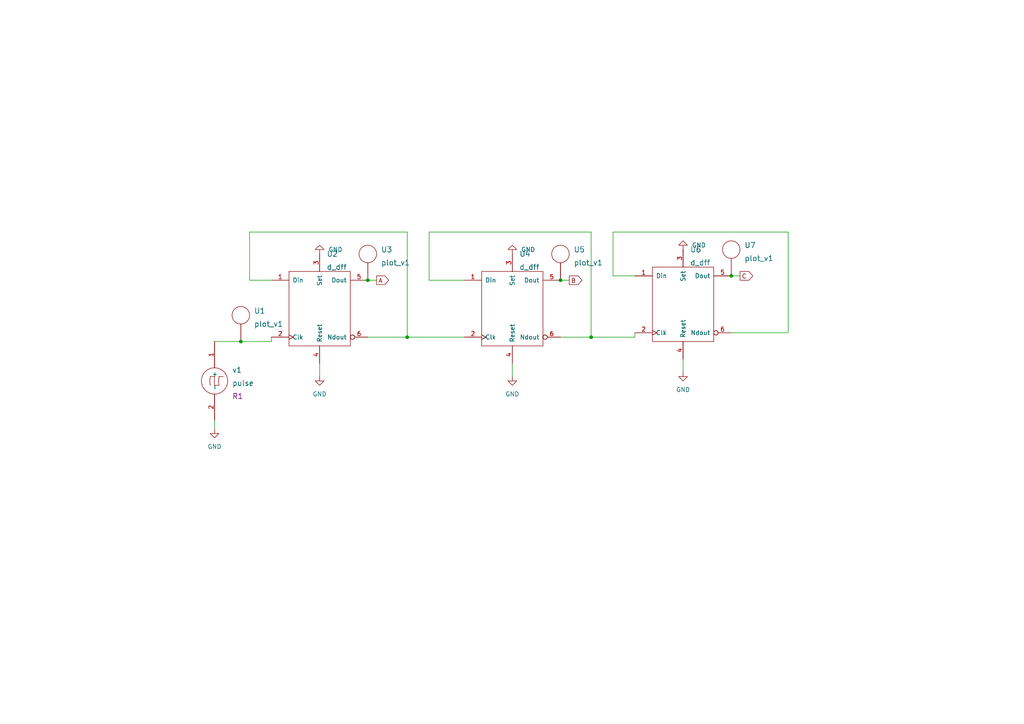
<source format=kicad_sch>
(kicad_sch (version 20211123) (generator eeschema)
  (paper "A4")
  (lib_symbols
    (symbol "eSim_Digital:d_dff" (pin_names (offset 1.016))
      (property "Reference" "U" (at 0 0 0))
      (property "Value" "d_dff" (at 0 3.81 0))
      (symbol "d_dff_0_1"
        (rectangle (start 8.89 11.43) (end -8.89 -10.16))
      )
      (symbol "d_dff_1_1"
        (pin input line (at -13.97 8.89 0) (length 5.08) (name "Din") (number "1"))
        (pin input clock (at -13.97 -7.62 0) (length 5.08) (name "Clk") (number "2"))
        (pin input line (at 0 16.51 270) (length 5.08) (name "Set") (number "3"))
        (pin input line (at 0 -15.24 90) (length 5.08) (name "Reset") (number "4"))
        (pin output line (at 13.97 8.89 180) (length 5.08) (name "Dout") (number "5"))
        (pin output inverted (at 13.97 -7.62 180) (length 5.08) (name "Ndout") (number "6"))
      )
    )
    (symbol "eSim_Plot:plot_v1" (pin_names (offset 1.016))
      (property "Reference" "U" (at 0 12.7 0))
      (property "Value" "plot_v1" (at 5.08 8.89 0))
      (symbol "plot_v1_0_1"
        (circle (center 0 12.7) (radius 2.54))
      )
      (symbol "plot_v1_1_1"
        (pin input line (at 0 5.08 90) (length 5.08) (name "~") (number "~"))
      )
    )
    (symbol "eSim_Power:eSim_GND" (power) (pin_names (offset 0))
      (property "Value" "eSim_GND" (at 0 -3.81 0))
      (symbol "eSim_GND_0_1"
        (polyline (pts (xy 0 0) (xy 0 -1.27) (xy 1.27 -1.27) (xy 0 -2.54) (xy -1.27 -1.27) (xy 0 -1.27)))
      )
      (symbol "eSim_GND_1_1"
        (pin power_in line (at 0 0 270) (length 0) hide (name "GND") (number "1"))
      )
    )
    (symbol "eSim_Sources:pulse" (pin_names (offset 1.016))
      (property "Reference" "v" (at -5.08 2.54 0))
      (property "Value" "pulse" (at -5.08 -1.27 0))
      (property "Footprint" "R1" (at -7.62 0 0))
      (symbol "pulse_0_1"
        (arc (start -1.27 1.27) (mid -1.3491 0) (end -1.27 -1.27))
        (arc (start 0 -1.27) (mid 0.635 -1.2876) (end 1.27 -1.27))
        (circle (center 0 0) (radius 3.81))
        (arc (start 0 1.27) (mid -0.635 1.2859) (end -1.27 1.27))
        (arc (start 0 1.27) (mid -0.0703 0) (end 0 -1.27))
        (arc (start 1.27 1.27) (mid 1.2124 0) (end 1.27 -1.27))
        (arc (start 1.27 1.27) (mid 1.905 1.2556) (end 2.54 1.27))
      )
      (symbol "pulse_1_1"
        (pin passive line (at 0 11.43 270) (length 7.62) (name "+") (number "1"))
        (pin passive line (at 0 -11.43 90) (length 7.62) (name "-") (number "2"))
      )
    )
  )
  (junction (at 212.09 80.01))
  (junction (at 171.45 97.79))
  (junction (at 69.85 99.06))
  (junction (at 118.11 97.79))
  (junction (at 162.56 81.28))
  (junction (at 106.68 81.28))
  (wire (pts (xy 72.39 81.28) (xy 72.39 67.31)))
  (wire (pts (xy 92.71 105.41) (xy 92.71 109.22)))
  (wire (pts (xy 171.45 67.31) (xy 171.45 97.79)))
  (wire (pts (xy 118.11 97.79) (xy 134.62 97.79)))
  (wire (pts (xy 212.09 80.01) (xy 214.63 80.01)))
  (wire (pts (xy 134.62 81.28) (xy 124.46 81.28)))
  (wire (pts (xy 177.8 80.01) (xy 177.8 67.31)))
  (wire (pts (xy 106.68 97.79) (xy 118.11 97.79)))
  (wire (pts (xy 162.56 81.28) (xy 165.1 81.28)))
  (wire (pts (xy 148.59 105.41) (xy 148.59 109.22)))
  (wire (pts (xy 162.56 97.79) (xy 171.45 97.79)))
  (wire (pts (xy 171.45 97.79) (xy 184.15 97.79)))
  (wire (pts (xy 184.15 97.79) (xy 184.15 96.52)))
  (wire (pts (xy 106.68 81.28) (xy 109.22 81.28)))
  (wire (pts (xy 72.39 67.31) (xy 118.11 67.31)))
  (wire (pts (xy 124.46 67.31) (xy 171.45 67.31)))
  (wire (pts (xy 124.46 81.28) (xy 124.46 67.31)))
  (wire (pts (xy 118.11 67.31) (xy 118.11 97.79)))
  (wire (pts (xy 62.23 99.06) (xy 69.85 99.06)))
  (wire (pts (xy 198.12 104.14) (xy 198.12 107.95)))
  (wire (pts (xy 184.15 80.01) (xy 177.8 80.01)))
  (wire (pts (xy 62.23 121.92) (xy 62.23 124.46)))
  (wire (pts (xy 78.74 81.28) (xy 72.39 81.28)))
  (wire (pts (xy 177.8 67.31) (xy 228.6 67.31)))
  (wire (pts (xy 228.6 67.31) (xy 228.6 96.52)))
  (wire (pts (xy 78.74 99.06) (xy 78.74 97.79)))
  (wire (pts (xy 69.85 99.06) (xy 78.74 99.06)))
  (wire (pts (xy 212.09 96.52) (xy 228.6 96.52)))
  (global_label "A" (shape output) (at 109.22 81.28 0) (property "Intersheet References" "${INTERSHEET_REFS}" (effects hide)))
  (global_label "B" (shape output) (at 165.1 81.28 0) (property "Intersheet References" "${INTERSHEET_REFS}" (effects hide)))
  (global_label "C" (shape output) (at 214.63 80.01 0) (property "Intersheet References" "${INTERSHEET_REFS}" (effects hide)))
  (symbol (lib_id "eSim_Power:eSim_GND") (at 148.59 73.66 180) (unit 1)
    (property "Reference" "#PWR04" (effects hide))
    (property "Value" "eSim_GND" (at 151.13 72.3899 0) (effects (justify right)))
  )
  (symbol (lib_id "eSim_Power:eSim_GND") (at 198.12 107.95 0) (unit 1)
    (property "Reference" "#PWR07" (effects hide))
    (property "Value" "eSim_GND" (at 198.12 113.03 0))
  )
  (symbol (lib_id "eSim_Power:eSim_GND") (at 148.59 109.22 0) (unit 1)
    (property "Reference" "#PWR05" (effects hide))
    (property "Value" "eSim_GND" (at 148.59 114.3 0))
  )
  (symbol (lib_id "eSim_Power:eSim_GND") (at 198.12 72.39 180) (unit 1)
    (property "Reference" "#PWR06" (effects hide))
    (property "Value" "eSim_GND" (at 200.66 71.1199 0) (effects (justify right)))
  )
  (symbol (lib_id "eSim_Plot:plot_v1") (at 69.85 104.14 0) (unit 1)
    (property "Reference" "U1" (at 73.66 90.17 0) (effects (font (size 1.524 1.524)) (justify left)))
    (property "Value" "plot_v1" (at 73.66 93.98 0) (effects (font (size 1.524 1.524)) (justify left)))
  )
  (symbol (lib_id "eSim_Plot:plot_v1") (at 106.68 86.36 0) (unit 1)
    (property "Reference" "U3" (at 110.49 72.39 0) (effects (font (size 1.524 1.524)) (justify left)))
    (property "Value" "plot_v1" (at 110.49 76.2 0) (effects (font (size 1.524 1.524)) (justify left)))
  )
  (symbol (lib_id "eSim_Plot:plot_v1") (at 162.56 86.36 0) (unit 1)
    (property "Reference" "U5" (at 166.37 72.39 0) (effects (font (size 1.524 1.524)) (justify left)))
    (property "Value" "plot_v1" (at 166.37 76.2 0) (effects (font (size 1.524 1.524)) (justify left)))
  )
  (symbol (lib_id "eSim_Digital:d_dff") (at 92.71 90.17 0) (unit 1)
    (property "Reference" "U2" (at 94.7294 73.66 0) (effects (font (size 1.524 1.524)) (justify left)))
    (property "Value" "d_dff" (at 94.7294 77.47 0) (effects (font (size 1.524 1.524)) (justify left)))
  )
  (symbol (lib_id "eSim_Sources:pulse") (at 62.23 110.49 0) (unit 1)
    (property "Reference" "v1" (at 67.31 107.315 0) (effects (font (size 1.524 1.524)) (justify left)))
    (property "Value" "pulse" (at 67.31 111.125 0) (effects (font (size 1.524 1.524)) (justify left)))
    (property "Footprint" "R1" (at 67.31 114.935 0) (effects (font (size 1.524 1.524)) (justify left)))
  )
  (symbol (lib_id "eSim_Digital:d_dff") (at 148.59 90.17 0) (unit 1)
    (property "Reference" "U4" (at 150.6094 73.66 0) (effects (font (size 1.524 1.524)) (justify left)))
    (property "Value" "d_dff" (at 150.6094 77.47 0) (effects (font (size 1.524 1.524)) (justify left)))
  )
  (symbol (lib_id "eSim_Plot:plot_v1") (at 212.09 85.09 0) (unit 1)
    (property "Reference" "U7" (at 215.9 71.12 0) (effects (font (size 1.524 1.524)) (justify left)))
    (property "Value" "plot_v1" (at 215.9 74.93 0) (effects (font (size 1.524 1.524)) (justify left)))
  )
  (symbol (lib_id "eSim_Power:eSim_GND") (at 92.71 73.66 180) (unit 1)
    (property "Reference" "#PWR02" (effects hide))
    (property "Value" "eSim_GND" (at 95.25 72.3899 0) (effects (justify right)))
  )
  (symbol (lib_id "eSim_Digital:d_dff") (at 198.12 88.9 0) (unit 1)
    (property "Reference" "U6" (at 200.1394 72.39 0) (effects (font (size 1.524 1.524)) (justify left)))
    (property "Value" "d_dff" (at 200.1394 76.2 0) (effects (font (size 1.524 1.524)) (justify left)))
  )
  (symbol (lib_id "eSim_Power:eSim_GND") (at 62.23 124.46 0) (unit 1)
    (property "Reference" "#PWR01" (effects hide))
    (property "Value" "eSim_GND" (at 62.23 129.54 0))
  )
  (symbol (lib_id "eSim_Power:eSim_GND") (at 92.71 109.22 0) (unit 1)
    (property "Reference" "#PWR03" (effects hide))
    (property "Value" "eSim_GND" (at 92.71 114.3 0))
  )
)
</source>
